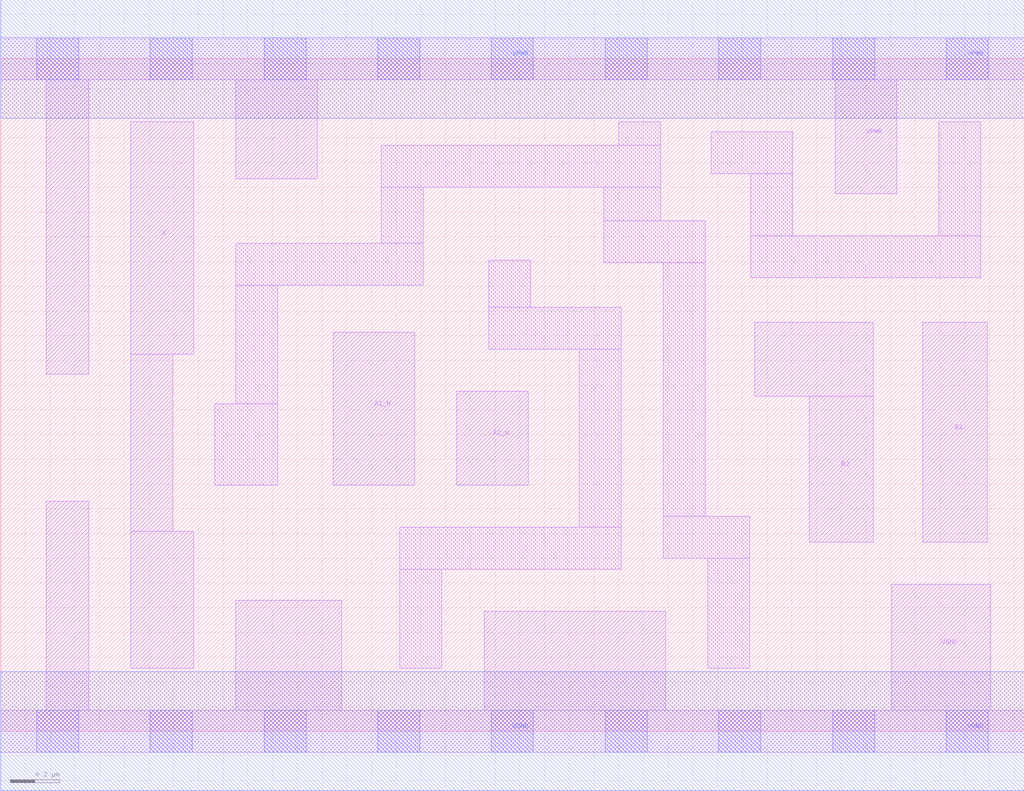
<source format=lef>
# Copyright 2020 The SkyWater PDK Authors
#
# Licensed under the Apache License, Version 2.0 (the "License");
# you may not use this file except in compliance with the License.
# You may obtain a copy of the License at
#
#     https://www.apache.org/licenses/LICENSE-2.0
#
# Unless required by applicable law or agreed to in writing, software
# distributed under the License is distributed on an "AS IS" BASIS,
# WITHOUT WARRANTIES OR CONDITIONS OF ANY KIND, either express or implied.
# See the License for the specific language governing permissions and
# limitations under the License.
#
# SPDX-License-Identifier: Apache-2.0

VERSION 5.7 ;
  NAMESCASESENSITIVE ON ;
  NOWIREEXTENSIONATPIN ON ;
  DIVIDERCHAR "/" ;
  BUSBITCHARS "[]" ;
UNITS
  DATABASE MICRONS 200 ;
END UNITS
MACRO sky130_fd_sc_hd__a2bb2o_2
  CLASS CORE ;
  SOURCE USER ;
  FOREIGN sky130_fd_sc_hd__a2bb2o_2 ;
  ORIGIN  0.000000  0.000000 ;
  SIZE  4.140000 BY  2.720000 ;
  SYMMETRY X Y R90 ;
  SITE unithd ;
  PIN A1_N
    ANTENNAGATEAREA  0.159000 ;
    DIRECTION INPUT ;
    USE SIGNAL ;
    PORT
      LAYER li1 ;
        RECT 1.345000 0.995000 1.675000 1.615000 ;
    END
  END A1_N
  PIN A2_N
    ANTENNAGATEAREA  0.159000 ;
    DIRECTION INPUT ;
    USE SIGNAL ;
    PORT
      LAYER li1 ;
        RECT 1.845000 0.995000 2.135000 1.375000 ;
    END
  END A2_N
  PIN B1
    ANTENNAGATEAREA  0.159000 ;
    DIRECTION INPUT ;
    USE SIGNAL ;
    PORT
      LAYER li1 ;
        RECT 3.730000 0.765000 3.990000 1.655000 ;
    END
  END B1
  PIN B2
    ANTENNAGATEAREA  0.159000 ;
    DIRECTION INPUT ;
    USE SIGNAL ;
    PORT
      LAYER li1 ;
        RECT 3.050000 1.355000 3.530000 1.655000 ;
        RECT 3.270000 0.765000 3.530000 1.355000 ;
    END
  END B2
  PIN X
    ANTENNADIFFAREA  0.445500 ;
    DIRECTION OUTPUT ;
    USE SIGNAL ;
    PORT
      LAYER li1 ;
        RECT 0.525000 0.255000 0.780000 0.810000 ;
        RECT 0.525000 0.810000 0.695000 1.525000 ;
        RECT 0.525000 1.525000 0.780000 2.465000 ;
    END
  END X
  PIN VGND
    DIRECTION INOUT ;
    SHAPE ABUTMENT ;
    USE GROUND ;
    PORT
      LAYER li1 ;
        RECT 0.000000 -0.085000 4.140000 0.085000 ;
        RECT 0.185000  0.085000 0.355000 0.930000 ;
        RECT 0.950000  0.085000 1.380000 0.530000 ;
        RECT 1.955000  0.085000 2.690000 0.485000 ;
        RECT 3.605000  0.085000 4.005000 0.595000 ;
      LAYER mcon ;
        RECT 0.145000 -0.085000 0.315000 0.085000 ;
        RECT 0.605000 -0.085000 0.775000 0.085000 ;
        RECT 1.065000 -0.085000 1.235000 0.085000 ;
        RECT 1.525000 -0.085000 1.695000 0.085000 ;
        RECT 1.985000 -0.085000 2.155000 0.085000 ;
        RECT 2.445000 -0.085000 2.615000 0.085000 ;
        RECT 2.905000 -0.085000 3.075000 0.085000 ;
        RECT 3.365000 -0.085000 3.535000 0.085000 ;
        RECT 3.825000 -0.085000 3.995000 0.085000 ;
      LAYER met1 ;
        RECT 0.000000 -0.240000 4.140000 0.240000 ;
    END
  END VGND
  PIN VPWR
    DIRECTION INOUT ;
    SHAPE ABUTMENT ;
    USE POWER ;
    PORT
      LAYER li1 ;
        RECT 0.000000 2.635000 4.140000 2.805000 ;
        RECT 0.185000 1.445000 0.355000 2.635000 ;
        RECT 0.950000 2.235000 1.280000 2.635000 ;
        RECT 3.375000 2.175000 3.625000 2.635000 ;
      LAYER mcon ;
        RECT 0.145000 2.635000 0.315000 2.805000 ;
        RECT 0.605000 2.635000 0.775000 2.805000 ;
        RECT 1.065000 2.635000 1.235000 2.805000 ;
        RECT 1.525000 2.635000 1.695000 2.805000 ;
        RECT 1.985000 2.635000 2.155000 2.805000 ;
        RECT 2.445000 2.635000 2.615000 2.805000 ;
        RECT 2.905000 2.635000 3.075000 2.805000 ;
        RECT 3.365000 2.635000 3.535000 2.805000 ;
        RECT 3.825000 2.635000 3.995000 2.805000 ;
      LAYER met1 ;
        RECT 0.000000 2.480000 4.140000 2.960000 ;
    END
  END VPWR
  OBS
    LAYER li1 ;
      RECT 0.865000 0.995000 1.120000 1.325000 ;
      RECT 0.950000 1.325000 1.120000 1.805000 ;
      RECT 0.950000 1.805000 1.710000 1.975000 ;
      RECT 1.540000 1.975000 1.710000 2.200000 ;
      RECT 1.540000 2.200000 2.670000 2.370000 ;
      RECT 1.615000 0.255000 1.785000 0.655000 ;
      RECT 1.615000 0.655000 2.510000 0.825000 ;
      RECT 1.975000 1.545000 2.510000 1.715000 ;
      RECT 1.975000 1.715000 2.145000 1.905000 ;
      RECT 2.340000 0.825000 2.510000 1.545000 ;
      RECT 2.440000 1.895000 2.850000 2.065000 ;
      RECT 2.440000 2.065000 2.670000 2.200000 ;
      RECT 2.500000 2.370000 2.670000 2.465000 ;
      RECT 2.680000 0.700000 3.030000 0.870000 ;
      RECT 2.680000 0.870000 2.850000 1.895000 ;
      RECT 2.860000 0.255000 3.030000 0.700000 ;
      RECT 2.875000 2.255000 3.205000 2.425000 ;
      RECT 3.035000 1.835000 3.965000 2.005000 ;
      RECT 3.035000 2.005000 3.205000 2.255000 ;
      RECT 3.795000 2.005000 3.965000 2.465000 ;
  END
END sky130_fd_sc_hd__a2bb2o_2

</source>
